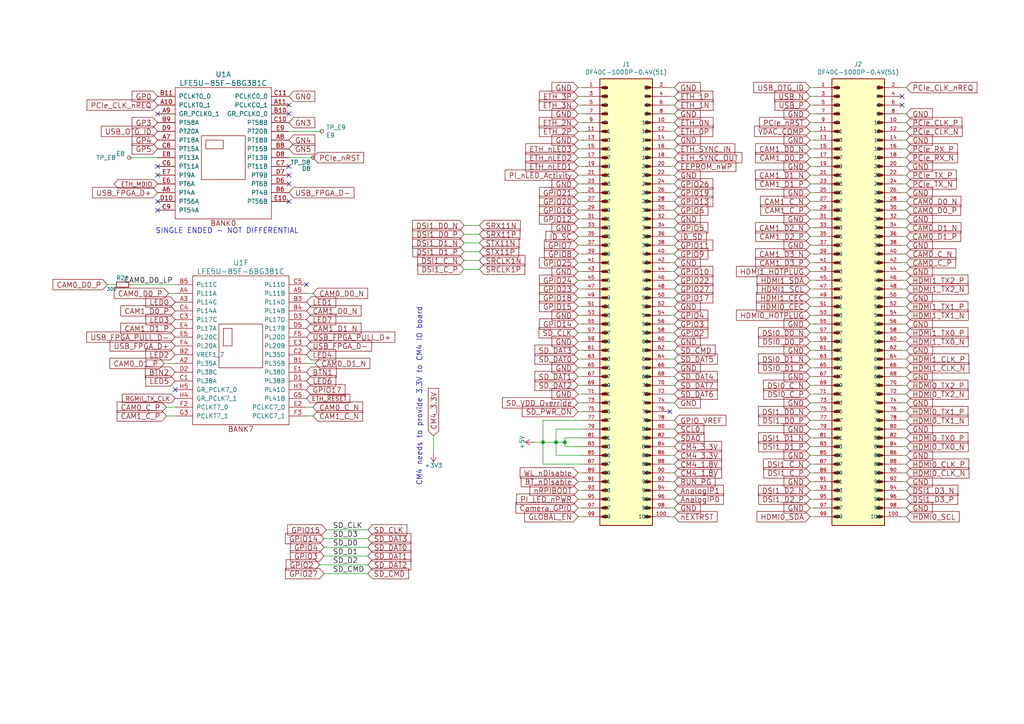
<source format=kicad_sch>
(kicad_sch (version 20231120) (generator "eeschema") (generator_version "8.0")
  (paper "A4")
  (title_block (title "${project_name}") (date "2025-03-12") (rev "${project_version}") (company "${project_creator}") (comment 1 "GPIO 2.54 mm connectors") (comment 2 "License: ${project_license}"))
  (junction (at 161.29 128.27))
  (junction (at 157.48 128.27))
  (junction (at 163.83 128.27))
  (no_connect (at 194.31 119.38))
  (no_connect (at 50.8 113.03))
  (no_connect (at 83.82 48.26))
  (no_connect (at 45.72 60.96))
  (no_connect (at 83.82 33.02))
  (no_connect (at 45.72 48.26))
  (no_connect (at 45.72 50.8))
  (no_connect (at 45.72 33.02))
  (no_connect (at 261.62 27.94))
  (no_connect (at 261.62 30.48))
  (no_connect (at 83.82 50.8))
  (no_connect (at 45.72 58.42))
  (no_connect (at 88.9 82.55))
  (no_connect (at 83.82 58.42))
  (no_connect (at 83.82 53.34))
  (no_connect (at 83.82 30.48))
  (wire (pts (xy 168.91 48.26) (xy 167.64 48.26)))
  (wire (pts (xy 261.62 132.08) (xy 262.89 132.08)))
  (wire (pts (xy 195.58 30.48) (xy 194.31 30.48)))
  (wire (pts (xy 195.58 66.04) (xy 194.31 66.04)))
  (wire (pts (xy 167.64 149.86) (xy 168.91 149.86)))
  (wire (pts (xy 48.895 85.09) (xy 50.8 85.09)))
  (wire (pts (xy 168.91 144.78) (xy 167.64 144.78)))
  (wire (pts (xy 167.64 104.14) (xy 168.91 104.14)))
  (wire (pts (xy 83.82 38.1) (xy 93.345 38.1)))
  (wire (pts (xy 234.95 99.06) (xy 236.22 99.06)))
  (wire (pts (xy 194.31 33.02) (xy 195.58 33.02)))
  (wire (pts (xy 234.95 119.38) (xy 236.22 119.38)))
  (wire (pts (xy 31.115 82.55) (xy 33.02 82.55)))
  (wire (pts (xy 194.31 86.36) (xy 195.58 86.36)))
  (wire (pts (xy 134.62 70.485) (xy 139.065 70.485)))
  (wire (pts (xy 38.1 82.55) (xy 50.8 82.55)))
  (wire (pts (xy 262.89 104.14) (xy 261.62 104.14)))
  (wire (pts (xy 163.83 129.54) (xy 163.83 128.27)))
  (wire (pts (xy 236.22 83.82) (xy 234.95 83.82)))
  (wire (pts (xy 195.58 111.76) (xy 194.31 111.76)))
  (wire (pts (xy 195.58 60.96) (xy 194.31 60.96)))
  (wire (pts (xy 161.29 124.46) (xy 161.29 128.27)))
  (wire (pts (xy 167.64 99.06) (xy 168.91 99.06)))
  (wire (pts (xy 262.89 55.88) (xy 261.62 55.88)))
  (wire (pts (xy 262.89 142.24) (xy 261.62 142.24)))
  (wire (pts (xy 167.64 88.9) (xy 168.91 88.9)))
  (wire (pts (xy 168.91 116.84) (xy 167.64 116.84)))
  (wire (pts (xy 262.89 116.84) (xy 261.62 116.84)))
  (wire (pts (xy 261.62 96.52) (xy 262.89 96.52)))
  (wire (pts (xy 168.91 91.44) (xy 167.64 91.44)))
  (wire (pts (xy 167.64 106.68) (xy 168.91 106.68)))
  (wire (pts (xy 194.31 27.94) (xy 195.58 27.94)))
  (wire (pts (xy 167.64 119.38) (xy 168.91 119.38)))
  (wire (pts (xy 194.31 109.22) (xy 195.58 109.22)))
  (wire (pts (xy 236.22 38.1) (xy 234.95 38.1)))
  (wire (pts (xy 261.62 101.6) (xy 262.89 101.6)))
  (wire (pts (xy 194.31 114.3) (xy 195.58 114.3)))
  (wire (pts (xy 261.62 119.38) (xy 262.89 119.38)))
  (wire (pts (xy 93.98 166.37) (xy 106.68 166.37)))
  (wire (pts (xy 261.62 43.18) (xy 262.89 43.18)))
  (wire (pts (xy 194.31 149.86) (xy 195.58 149.86)))
  (wire (pts (xy 195.58 88.9) (xy 194.31 88.9)))
  (wire (pts (xy 163.83 127) (xy 168.91 127)))
  (wire (pts (xy 262.89 58.42) (xy 261.62 58.42)))
  (wire (pts (xy 195.58 35.56) (xy 194.31 35.56)))
  (wire (pts (xy 261.62 127) (xy 262.89 127)))
  (wire (pts (xy 194.31 142.24) (xy 195.58 142.24)))
  (wire (pts (xy 194.31 58.42) (xy 195.58 58.42)))
  (wire (pts (xy 234.95 27.94) (xy 236.22 27.94)))
  (wire (pts (xy 234.95 86.36) (xy 236.22 86.36)))
  (wire (pts (xy 194.31 147.32) (xy 195.58 147.32)))
  (wire (pts (xy 167.64 147.32) (xy 168.91 147.32)))
  (wire (pts (xy 88.9 85.09) (xy 90.805 85.09)))
  (wire (pts (xy 194.31 68.58) (xy 195.58 68.58)))
  (wire (pts (xy 195.58 127) (xy 194.31 127)))
  (wire (pts (xy 262.89 109.22) (xy 261.62 109.22)))
  (wire (pts (xy 236.22 78.74) (xy 234.95 78.74)))
  (wire (pts (xy 261.62 25.4) (xy 262.89 25.4)))
  (wire (pts (xy 167.64 68.58) (xy 168.91 68.58)))
  (wire (pts (xy 167.64 30.48) (xy 168.91 30.48)))
  (wire (pts (xy 48.26 118.11) (xy 50.8 118.11)))
  (wire (pts (xy 194.31 101.6) (xy 195.58 101.6)))
  (wire (pts (xy 261.62 35.56) (xy 262.89 35.56)))
  (wire (pts (xy 234.95 96.52) (xy 236.22 96.52)))
  (wire (pts (xy 168.91 86.36) (xy 167.64 86.36)))
  (wire (pts (xy 139.065 78.105) (xy 134.62 78.105)))
  (wire (pts (xy 194.31 124.46) (xy 195.58 124.46)))
  (wire (pts (xy 168.91 96.52) (xy 167.64 96.52)))
  (wire (pts (xy 262.89 147.32) (xy 261.62 147.32)))
  (wire (pts (xy 236.22 63.5) (xy 234.95 63.5)))
  (wire (pts (xy 195.58 45.72) (xy 194.31 45.72)))
  (wire (pts (xy 168.91 33.02) (xy 167.64 33.02)))
  (wire (pts (xy 83.82 45.72) (xy 90.805 45.72)))
  (wire (pts (xy 157.48 134.62) (xy 168.91 134.62)))
  (wire (pts (xy 261.62 45.72) (xy 262.89 45.72)))
  (wire (pts (xy 234.95 109.22) (xy 236.22 109.22)))
  (wire (pts (xy 161.29 128.27) (xy 157.48 128.27)))
  (wire (pts (xy 261.62 50.8) (xy 262.89 50.8)))
  (wire (pts (xy 92.71 163.83) (xy 106.68 163.83)))
  (wire (pts (xy 236.22 68.58) (xy 234.95 68.58)))
  (wire (pts (xy 194.31 96.52) (xy 195.58 96.52)))
  (wire (pts (xy 168.91 55.88) (xy 167.64 55.88)))
  (wire (pts (xy 261.62 73.66) (xy 262.89 73.66)))
  (wire (pts (xy 236.22 73.66) (xy 234.95 73.66)))
  (wire (pts (xy 139.065 67.945) (xy 134.62 67.945)))
  (wire (pts (xy 262.89 71.12) (xy 261.62 71.12)))
  (wire (pts (xy 262.89 81.28) (xy 261.62 81.28)))
  (wire (pts (xy 261.62 60.96) (xy 262.89 60.96)))
  (wire (pts (xy 262.89 134.62) (xy 261.62 134.62)))
  (wire (pts (xy 194.31 73.66) (xy 195.58 73.66)))
  (wire (pts (xy 262.89 76.2) (xy 261.62 76.2)))
  (wire (pts (xy 236.22 111.76) (xy 234.95 111.76)))
  (wire (pts (xy 194.31 132.08) (xy 195.58 132.08)))
  (wire (pts (xy 261.62 66.04) (xy 262.89 66.04)))
  (wire (pts (xy 168.91 76.2) (xy 167.64 76.2)))
  (wire (pts (xy 195.58 121.92) (xy 194.31 121.92)))
  (wire (pts (xy 93.98 156.21) (xy 106.68 156.21)))
  (wire (pts (xy 168.91 101.6) (xy 167.64 101.6)))
  (wire (pts (xy 234.95 104.14) (xy 236.22 104.14)))
  (wire (pts (xy 168.91 121.92) (xy 157.48 121.92)))
  (wire (pts (xy 194.31 91.44) (xy 195.58 91.44)))
  (wire (pts (xy 139.065 73.025) (xy 134.62 73.025)))
  (wire (pts (xy 236.22 88.9) (xy 234.95 88.9)))
  (wire (pts (xy 194.31 139.7) (xy 195.58 139.7)))
  (wire (pts (xy 261.62 124.46) (xy 262.89 124.46)))
  (wire (pts (xy 261.62 38.1) (xy 262.89 38.1)))
  (wire (pts (xy 261.62 78.74) (xy 262.89 78.74)))
  (wire (pts (xy 261.62 139.7) (xy 262.89 139.7)))
  (wire (pts (xy 195.58 137.16) (xy 194.31 137.16)))
  (wire (pts (xy 48.26 120.65) (xy 50.8 120.65)))
  (wire (pts (xy 37.465 45.72) (xy 45.72 45.72)))
  (wire (pts (xy 262.89 93.98) (xy 261.62 93.98)))
  (wire (pts (xy 168.91 66.04) (xy 167.64 66.04)))
  (wire (pts (xy 194.31 104.14) (xy 195.58 104.14)))
  (wire (pts (xy 167.64 45.72) (xy 168.91 45.72)))
  (wire (pts (xy 168.91 132.08) (xy 161.29 132.08)))
  (wire (pts (xy 262.89 86.36) (xy 261.62 86.36)))
  (wire (pts (xy 157.48 128.27) (xy 157.48 134.62)))
  (wire (pts (xy 195.58 71.12) (xy 194.31 71.12)))
  (wire (pts (xy 195.58 40.64) (xy 194.31 40.64)))
  (wire (pts (xy 168.91 60.96) (xy 167.64 60.96)))
  (wire (pts (xy 236.22 48.26) (xy 234.95 48.26)))
  (wire (pts (xy 106.68 161.29) (xy 93.98 161.29)))
  (wire (pts (xy 234.95 76.2) (xy 236.22 76.2)))
  (wire (pts (xy 234.95 142.24) (xy 236.22 142.24)))
  (wire (pts (xy 261.62 83.82) (xy 262.89 83.82)))
  (wire (pts (xy 262.89 48.26) (xy 261.62 48.26)))
  (wire (pts (xy 261.62 53.34) (xy 262.89 53.34)))
  (wire (pts (xy 167.64 93.98) (xy 168.91 93.98)))
  (wire (pts (xy 261.62 111.76) (xy 262.89 111.76)))
  (wire (pts (xy 262.89 121.92) (xy 261.62 121.92)))
  (wire (pts (xy 236.22 121.92) (xy 234.95 121.92)))
  (wire (pts (xy 167.64 83.82) (xy 168.91 83.82)))
  (wire (pts (xy 236.22 58.42) (xy 234.95 58.42)))
  (wire (pts (xy 261.62 106.68) (xy 262.89 106.68)))
  (wire (pts (xy 167.64 78.74) (xy 168.91 78.74)))
  (wire (pts (xy 195.58 99.06) (xy 194.31 99.06)))
  (wire (pts (xy 90.805 120.65) (xy 88.9 120.65)))
  (wire (pts (xy 167.64 25.4) (xy 168.91 25.4)))
  (wire (pts (xy 194.31 38.1) (xy 195.58 38.1)))
  (wire (pts (xy 194.31 78.74) (xy 195.58 78.74)))
  (wire (pts (xy 236.22 134.62) (xy 234.95 134.62)))
  (wire (pts (xy 163.83 128.27) (xy 161.29 128.27)))
  (wire (pts (xy 194.31 134.62) (xy 195.58 134.62)))
  (wire (pts (xy 194.31 43.18) (xy 195.58 43.18)))
  (wire (pts (xy 125.73 131.445) (xy 125.73 126.365)))
  (wire (pts (xy 236.22 129.54) (xy 234.95 129.54)))
  (wire (pts (xy 236.22 43.18) (xy 234.95 43.18)))
  (wire (pts (xy 236.22 116.84) (xy 234.95 116.84)))
  (wire (pts (xy 234.95 45.72) (xy 236.22 45.72)))
  (wire (pts (xy 168.91 109.22) (xy 167.64 109.22)))
  (wire (pts (xy 194.31 48.26) (xy 195.58 48.26)))
  (wire (pts (xy 168.91 142.24) (xy 167.64 142.24)))
  (wire (pts (xy 167.64 114.3) (xy 168.91 114.3)))
  (wire (pts (xy 168.91 50.8) (xy 167.64 50.8)))
  (wire (pts (xy 94.615 153.67) (xy 106.68 153.67)))
  (wire (pts (xy 261.62 68.58) (xy 262.89 68.58)))
  (wire (pts (xy 168.91 129.54) (xy 163.83 129.54)))
  (wire (pts (xy 234.95 40.64) (xy 236.22 40.64)))
  (wire (pts (xy 262.89 63.5) (xy 261.62 63.5)))
  (wire (pts (xy 157.48 121.92) (xy 157.48 128.27)))
  (wire (pts (xy 234.95 137.16) (xy 236.22 137.16)))
  (wire (pts (xy 167.64 63.5) (xy 168.91 63.5)))
  (wire (pts (xy 262.89 40.64) (xy 261.62 40.64)))
  (wire (pts (xy 134.62 65.405) (xy 139.065 65.405)))
  (wire (pts (xy 234.95 132.08) (xy 236.22 132.08)))
  (wire (pts (xy 88.9 105.41) (xy 91.44 105.41)))
  (wire (pts (xy 168.91 81.28) (xy 167.64 81.28)))
  (wire (pts (xy 262.89 129.54) (xy 261.62 129.54)))
  (wire (pts (xy 234.95 114.3) (xy 236.22 114.3)))
  (wire (pts (xy 261.62 144.78) (xy 262.89 144.78)))
  (wire (pts (xy 262.89 99.06) (xy 261.62 99.06)))
  (wire (pts (xy 261.62 88.9) (xy 262.89 88.9)))
  (wire (pts (xy 195.58 55.88) (xy 194.31 55.88)))
  (wire (pts (xy 195.58 76.2) (xy 194.31 76.2)))
  (wire (pts (xy 236.22 53.34) (xy 234.95 53.34)))
  (wire (pts (xy 234.95 66.04) (xy 236.22 66.04)))
  (wire (pts (xy 234.95 91.44) (xy 236.22 91.44)))
  (wire (pts (xy 236.22 33.02) (xy 234.95 33.02)))
  (wire (pts (xy 236.22 93.98) (xy 234.95 93.98)))
  (wire (pts (xy 234.95 144.78) (xy 236.22 144.78)))
  (wire (pts (xy 234.95 71.12) (xy 236.22 71.12)))
  (wire (pts (xy 234.95 55.88) (xy 236.22 55.88)))
  (wire (pts (xy 236.22 30.48) (xy 234.95 30.48)))
  (wire (pts (xy 90.805 118.11) (xy 88.9 118.11)))
  (wire (pts (xy 195.58 50.8) (xy 194.31 50.8)))
  (wire (pts (xy 168.91 71.12) (xy 167.64 71.12)))
  (wire (pts (xy 262.89 33.02) (xy 261.62 33.02)))
  (wire (pts (xy 168.91 111.76) (xy 167.64 111.76)))
  (wire (pts (xy 195.58 116.84) (xy 194.31 116.84)))
  (wire (pts (xy 261.62 114.3) (xy 262.89 114.3)))
  (wire (pts (xy 195.58 25.4) (xy 194.31 25.4)))
  (wire (pts (xy 134.62 75.565) (xy 139.065 75.565)))
  (wire (pts (xy 167.64 53.34) (xy 168.91 53.34)))
  (wire (pts (xy 194.31 53.34) (xy 195.58 53.34)))
  (wire (pts (xy 163.83 127) (xy 163.83 128.27)))
  (wire (pts (xy 167.64 38.1) (xy 168.91 38.1)))
  (wire (pts (xy 234.95 149.86) (xy 236.22 149.86)))
  (wire (pts (xy 168.91 124.46) (xy 161.29 124.46)))
  (wire (pts (xy 93.98 158.75) (xy 106.68 158.75)))
  (wire (pts (xy 194.31 81.28) (xy 195.58 81.28)))
  (wire (pts (xy 168.91 137.16) (xy 167.64 137.16)))
  (wire (pts (xy 167.64 73.66) (xy 168.91 73.66)))
  (wire (pts (xy 194.31 129.54) (xy 195.58 129.54)))
  (wire (pts (xy 236.22 101.6) (xy 234.95 101.6)))
  (wire (pts (xy 157.48 128.27) (xy 154.94 128.27)))
  (wire (pts (xy 161.29 132.08) (xy 161.29 128.27)))
  (wire (pts (xy 261.62 149.86) (xy 262.89 149.86)))
  (wire (pts (xy 234.95 127) (xy 236.22 127)))
  (wire (pts (xy 236.22 139.7) (xy 234.95 139.7)))
  (wire (pts (xy 234.95 124.46) (xy 236.22 124.46)))
  (wire (pts (xy 236.22 147.32) (xy 234.95 147.32)))
  (wire (pts (xy 168.91 43.18) (xy 167.64 43.18)))
  (wire (pts (xy 195.58 93.98) (xy 194.31 93.98)))
  (wire (pts (xy 194.31 63.5) (xy 195.58 63.5)))
  (wire (pts (xy 234.95 60.96) (xy 236.22 60.96)))
  (wire (pts (xy 47.625 105.41) (xy 50.8 105.41)))
  (wire (pts (xy 195.58 83.82) (xy 194.31 83.82)))
  (wire (pts (xy 167.64 40.64) (xy 168.91 40.64)))
  (wire (pts (xy 261.62 91.44) (xy 262.89 91.44)))
  (wire (pts (xy 234.95 50.8) (xy 236.22 50.8)))
  (wire (pts (xy 167.64 35.56) (xy 168.91 35.56)))
  (wire (pts (xy 195.58 106.68) (xy 194.31 106.68)))
  (wire (pts (xy 236.22 106.68) (xy 234.95 106.68)))
  (wire (pts (xy 195.58 144.78) (xy 194.31 144.78)))
  (wire (pts (xy 234.95 25.4) (xy 236.22 25.4)))
  (wire (pts (xy 234.95 81.28) (xy 236.22 81.28)))
  (wire (pts (xy 167.64 58.42) (xy 168.91 58.42)))
  (wire (pts (xy 234.95 35.56) (xy 236.22 35.56)))
  (wire (pts (xy 261.62 137.16) (xy 262.89 137.16)))
  (wire (pts (xy 167.64 139.7) (xy 168.91 139.7)))
  (wire (pts (xy 167.64 27.94) (xy 168.91 27.94)))
  (text "CM4 needs to provide 3.3V to CM4 IO board" (at 122.555 140.97 90) (effects (font (size 1.524 1.524)) (justify left bottom)))
  (text "SINGLE ENDED - NOT DIFFERENTIAL" (at 45.085 67.945 0) (effects (font (size 1.524 1.524)) (justify left bottom)))
  (label "SD_D3" (at 96.52 156.21 0) (effects (font (size 1.524 1.524))))
  (label "SD_CMD" (at 96.52 166.37 0) (effects (font (size 1.524 1.524))))
  (label "SD_D2" (at 96.52 163.83 0) (effects (font (size 1.524 1.524))))
  (label "CAM0_D0_LP" (at 50.165 82.55 180) (effects (font (size 1.524 1.524))))
  (label "SD_CLK" (at 96.52 153.67 0) (effects (font (size 1.524 1.524))))
  (label "SD_D0" (at 96.52 158.75 0) (effects (font (size 1.524 1.524))))
  (label "SD_D1" (at 96.52 161.29 0) (effects (font (size 1.524 1.524))))
  (global_label "USB_OTG_ID" (shape input) (at 45.72 38.1 180) (effects (font (size 1.524 1.524))) (property "Intersheetrefs" "${INTERSHEET_REFS}" (effects (hide yes))))
  (global_label "DSI0_D0_N" (shape input) (at 234.95 96.52 180) (effects (font (size 1.524 1.524))) (property "Intersheetrefs" "${INTERSHEET_REFS}" (effects (hide yes))))
  (global_label "GND" (shape input) (at 195.58 63.5 0) (effects (font (size 1.524 1.524))) (property "Intersheetrefs" "${INTERSHEET_REFS}" (effects (hide yes))))
  (global_label "CAM1_D3_N" (shape input) (at 234.95 73.66 180) (effects (font (size 1.524 1.524))) (property "Intersheetrefs" "${INTERSHEET_REFS}" (effects (hide yes))))
  (global_label "DSI0_D0_P" (shape input) (at 234.95 99.06 180) (effects (font (size 1.524 1.524))) (property "Intersheetrefs" "${INTERSHEET_REFS}" (effects (hide yes))))
  (global_label "GND" (shape input) (at 167.64 25.4 180) (effects (font (size 1.524 1.524))) (property "Intersheetrefs" "${INTERSHEET_REFS}" (effects (hide yes))))
  (global_label "GPIO26" (shape input) (at 195.58 53.34 0) (effects (font (size 1.524 1.524))) (property "Intersheetrefs" "${INTERSHEET_REFS}" (effects (hide yes))))
  (global_label "GN4" (shape input) (at 83.82 40.64 0) (effects (font (size 1.524 1.524))) (property "Intersheetrefs" "${INTERSHEET_REFS}" (effects (hide yes))))
  (global_label "CAM1_D0_P" (shape input) (at 50.8 90.17 180) (effects (font (size 1.524 1.524))) (property "Intersheetrefs" "${INTERSHEET_REFS}" (effects (hide yes))))
  (global_label "SRX11P" (shape input) (at 139.065 67.945 0) (effects (font (size 1.524 1.524))) (property "Intersheetrefs" "${INTERSHEET_REFS}" (effects (hide yes))))
  (global_label "LED0" (shape input) (at 50.8 87.63 180) (effects (font (size 1.524 1.524))) (property "Intersheetrefs" "${INTERSHEET_REFS}" (effects (hide yes))))
  (global_label "GND" (shape input) (at 167.64 66.04 180) (effects (font (size 1.524 1.524))) (property "Intersheetrefs" "${INTERSHEET_REFS}" (effects (hide yes))))
  (global_label "HDMI1_SCL" (shape input) (at 234.95 83.82 180) (effects (font (size 1.524 1.524))) (property "Intersheetrefs" "${INTERSHEET_REFS}" (effects (hide yes))))
  (global_label "GN3" (shape input) (at 83.82 35.56 0) (effects (font (size 1.524 1.524))) (property "Intersheetrefs" "${INTERSHEET_REFS}" (effects (hide yes))))
  (global_label "PCIe_CLK_nREQ" (shape input) (at 262.89 25.4 0) (effects (font (size 1.524 1.524))) (property "Intersheetrefs" "${INTERSHEET_REFS}" (effects (hide yes))))
  (global_label "USB_FPGA_D+" (shape input) (at 50.8 100.33 180) (effects (font (size 1.524 1.524))) (property "Intersheetrefs" "${INTERSHEET_REFS}" (effects (hide yes))))
  (global_label "SD_CMD" (shape input) (at 106.68 166.37 0) (effects (font (size 1.524 1.524))) (property "Intersheetrefs" "${INTERSHEET_REFS}" (effects (hide yes))))
  (global_label "SD_CLK" (shape input) (at 106.68 153.67 0) (effects (font (size 1.524 1.524))) (property "Intersheetrefs" "${INTERSHEET_REFS}" (effects (hide yes))))
  (global_label "USB_P" (shape input) (at 234.95 30.48 180) (effects (font (size 1.524 1.524))) (property "Intersheetrefs" "${INTERSHEET_REFS}" (effects (hide yes))))
  (global_label "DSI0_D1_P" (shape input) (at 234.95 106.68 180) (effects (font (size 1.524 1.524))) (property "Intersheetrefs" "${INTERSHEET_REFS}" (effects (hide yes))))
  (global_label "CAM1_C_P" (shape input) (at 234.95 60.96 180) (effects (font (size 1.524 1.524))) (property "Intersheetrefs" "${INTERSHEET_REFS}" (effects (hide yes))))
  (global_label "GPIO12" (shape input) (at 167.64 63.5 180) (effects (font (size 1.524 1.524))) (property "Intersheetrefs" "${INTERSHEET_REFS}" (effects (hide yes))))
  (global_label "HDMI0_CLK_P" (shape input) (at 262.89 134.62 0) (effects (font (size 1.524 1.524))) (property "Intersheetrefs" "${INTERSHEET_REFS}" (effects (hide yes))))
  (global_label "PCIe_TX_P" (shape input) (at 262.89 50.8 0) (effects (font (size 1.524 1.524))) (property "Intersheetrefs" "${INTERSHEET_REFS}" (effects (hide yes))))
  (global_label "CAM1_D1_P" (shape input) (at 234.95 53.34 180) (effects (font (size 1.524 1.524))) (property "Intersheetrefs" "${INTERSHEET_REFS}" (effects (hide yes))))
  (global_label "GND" (shape input) (at 262.89 40.64 0) (effects (font (size 1.524 1.524))) (property "Intersheetrefs" "${INTERSHEET_REFS}" (effects (hide yes))))
  (global_label "HDMI1_TX0_N" (shape input) (at 262.89 99.06 0) (effects (font (size 1.524 1.524))) (property "Intersheetrefs" "${INTERSHEET_REFS}" (effects (hide yes))))
  (global_label "GND" (shape input) (at 262.89 63.5 0) (effects (font (size 1.524 1.524))) (property "Intersheetrefs" "${INTERSHEET_REFS}" (effects (hide yes))))
  (global_label "LED5" (shape input) (at 50.8 110.49 180) (effects (font (size 1.524 1.524))) (property "Intersheetrefs" "${INTERSHEET_REFS}" (effects (hide yes))))
  (global_label "CM4_1.8V" (shape input) (at 195.58 137.16 0) (effects (font (size 1.524 1.524))) (property "Intersheetrefs" "${INTERSHEET_REFS}" (effects (hide yes))))
  (global_label "GPIO13" (shape input) (at 195.58 58.42 0) (effects (font (size 1.524 1.524))) (property "Intersheetrefs" "${INTERSHEET_REFS}" (effects (hide yes))))
  (global_label "GPIO22" (shape input) (at 195.58 81.28 0) (effects (font (size 1.524 1.524))) (property "Intersheetrefs" "${INTERSHEET_REFS}" (effects (hide yes))))
  (global_label "SD_DAT0" (shape input) (at 106.68 158.75 0) (effects (font (size 1.524 1.524))) (property "Intersheetrefs" "${INTERSHEET_REFS}" (effects (hide yes))))
  (global_label "SD_DAT1" (shape input) (at 106.68 161.29 0) (effects (font (size 1.524 1.524))) (property "Intersheetrefs" "${INTERSHEET_REFS}" (effects (hide yes))))
  (global_label "WL_nDisable" (shape input) (at 167.64 137.16 180) (effects (font (size 1.524 1.524))) (property "Intersheetrefs" "${INTERSHEET_REFS}" (effects (hide yes))))
  (global_label "CAM0_D0_P" (shape input) (at 31.115 82.55 180) (effects (font (size 1.524 1.524))) (property "Intersheetrefs" "${INTERSHEET_REFS}" (effects (hide yes))))
  (global_label "GND" (shape input) (at 262.89 109.22 0) (effects (font (size 1.524 1.524))) (property "Intersheetrefs" "${INTERSHEET_REFS}" (effects (hide yes))))
  (global_label "SRCLK1N" (shape input) (at 139.065 75.565 0) (effects (font (size 1.524 1.524))) (property "Intersheetrefs" "${INTERSHEET_REFS}" (effects (hide yes))))
  (global_label "GND" (shape input) (at 195.58 40.64 0) (effects (font (size 1.524 1.524))) (property "Intersheetrefs" "${INTERSHEET_REFS}" (effects (hide yes))))
  (global_label "GND" (shape input) (at 234.95 101.6 180) (effects (font (size 1.524 1.524))) (property "Intersheetrefs" "${INTERSHEET_REFS}" (effects (hide yes))))
  (global_label "DSI1_C_P" (shape input) (at 234.95 137.16 180) (effects (font (size 1.524 1.524))) (property "Intersheetrefs" "${INTERSHEET_REFS}" (effects (hide yes))))
  (global_label "GPIO_VREF" (shape input) (at 195.58 121.92 0) (effects (font (size 1.524 1.524))) (property "Intersheetrefs" "${INTERSHEET_REFS}" (effects (hide yes))))
  (global_label "SD_CLK" (shape input) (at 167.64 96.52 180) (effects (font (size 1.524 1.524))) (property "Intersheetrefs" "${INTERSHEET_REFS}" (effects (hide yes))))
  (global_label "GPIO18" (shape input) (at 167.64 86.36 180) (effects (font (size 1.524 1.524))) (property "Intersheetrefs" "${INTERSHEET_REFS}" (effects (hide yes))))
  (global_label "DSI1_D2_P" (shape input) (at 234.95 144.78 180) (effects (font (size 1.524 1.524))) (property "Intersheetrefs" "${INTERSHEET_REFS}" (effects (hide yes))))
  (global_label "GPIO27" (shape input) (at 195.58 83.82 0) (effects (font (size 1.524 1.524))) (property "Intersheetrefs" "${INTERSHEET_REFS}" (effects (hide yes))))
  (global_label "GPIO16" (shape input) (at 167.64 60.96 180) (effects (font (size 1.524 1.524))) (property "Intersheetrefs" "${INTERSHEET_REFS}" (effects (hide yes))))
  (global_label "GP3" (shape input) (at 45.72 35.56 180) (effects (font (size 1.524 1.524))) (property "Intersheetrefs" "${INTERSHEET_REFS}" (effects (hide yes))))
  (global_label "CAM1_C_N" (shape input) (at 90.805 120.65 0) (effects (font (size 1.524 1.524))) (property "Intersheetrefs" "${INTERSHEET_REFS}" (effects (hide yes))))
  (global_label "GPIO9" (shape input) (at 195.58 73.66 0) (effects (font (size 1.524 1.524))) (property "Intersheetrefs" "${INTERSHEET_REFS}" (effects (hide yes))))
  (global_label "GND" (shape input) (at 262.89 55.88 0) (effects (font (size 1.524 1.524))) (property "Intersheetrefs" "${INTERSHEET_REFS}" (effects (hide yes))))
  (global_label "STX11N" (shape input) (at 139.065 70.485 0) (effects (font (size 1.524 1.524))) (property "Intersheetrefs" "${INTERSHEET_REFS}" (effects (hide yes))))
  (global_label "HDMI1_CEC" (shape input) (at 234.95 86.36 180) (effects (font (size 1.524 1.524))) (property "Intersheetrefs" "${INTERSHEET_REFS}" (effects (hide yes))))
  (global_label "GPIO17" (shape input) (at 195.58 86.36 0) (effects (font (size 1.524 1.524))) (property "Intersheetrefs" "${INTERSHEET_REFS}" (effects (hide yes))))
  (global_label "GND" (shape input) (at 195.58 50.8 0) (effects (font (size 1.524 1.524))) (property "Intersheetrefs" "${INTERSHEET_REFS}" (effects (hide yes))))
  (global_label "STX11P" (shape input) (at 139.065 73.025 0) (effects (font (size 1.524 1.524))) (property "Intersheetrefs" "${INTERSHEET_REFS}" (effects (hide yes))))
  (global_label "SD_DAT5" (shape input) (at 195.58 104.14 0) (effects (font (size 1.524 1.524))) (property "Intersheetrefs" "${INTERSHEET_REFS}" (effects (hide yes))))
  (global_label "GND" (shape input) (at 262.89 139.7 0) (effects (font (size 1.524 1.524))) (property "Intersheetrefs" "${INTERSHEET_REFS}" (effects (hide yes))))
  (global_label "GND" (shape input) (at 234.95 116.84 180) (effects (font (size 1.524 1.524))) (property "Intersheetrefs" "${INTERSHEET_REFS}" (effects (hide yes))))
  (global_label "SD_DAT7" (shape input) (at 195.58 111.76 0) (effects (font (size 1.524 1.524))) (property "Intersheetrefs" "${INTERSHEET_REFS}" (effects (hide yes))))
  (global_label "DSI1_C_N" (shape input) (at 234.95 134.62 180) (effects (font (size 1.524 1.524))) (property "Intersheetrefs" "${INTERSHEET_REFS}" (effects (hide yes))))
  (global_label "GND" (shape input) (at 195.58 88.9 0) (effects (font (size 1.524 1.524))) (property "Intersheetrefs" "${INTERSHEET_REFS}" (effects (hide yes))))
  (global_label "CAM0_D0_P" (shape input) (at 48.895 85.09 180) (effects (font (size 1.524 1.524))) (property "Intersheetrefs" "${INTERSHEET_REFS}" (effects (hide yes))))
  (global_label "SDA0" (shape input) (at 195.58 127 0) (effects (font (size 1.524 1.524))) (property "Intersheetrefs" "${INTERSHEET_REFS}" (effects (hide yes))))
  (global_label "CM4_1.8V" (shape input) (at 195.58 134.62 0) (effects (font (size 1.524 1.524))) (property "Intersheetrefs" "${INTERSHEET_REFS}" (effects (hide yes))))
  (global_label "PCIe_CLK_nREQ" (shape input) (at 45.72 30.48 180) (effects (font (size 1.524 1.524))) (property "Intersheetrefs" "${INTERSHEET_REFS}" (effects (hide yes))))
  (global_label "DSI1_D0_N" (shape input) (at 234.95 119.38 180) (effects (font (size 1.524 1.524))) (property "Intersheetrefs" "${INTERSHEET_REFS}" (effects (hide yes))))
  (global_label "CAM0_D1_N" (shape input) (at 91.44 105.41 0) (effects (font (size 1.524 1.524))) (property "Intersheetrefs" "${INTERSHEET_REFS}" (effects (hide yes))))
  (global_label "GND" (shape input) (at 262.89 48.26 0) (effects (font (size 1.524 1.524))) (property "Intersheetrefs" "${INTERSHEET_REFS}" (effects (hide yes))))
  (global_label "GND" (shape input) (at 234.95 48.26 180) (effects (font (size 1.524 1.524))) (property "Intersheetrefs" "${INTERSHEET_REFS}" (effects (hide yes))))
  (global_label "DSI1_C_N" (shape input) (at 134.62 75.565 180) (effects (font (size 1.524 1.524))) (property "Intersheetrefs" "${INTERSHEET_REFS}" (effects (hide yes))))
  (global_label "CAM0_D0_N" (shape input) (at 262.89 58.42 0) (effects (font (size 1.524 1.524))) (property "Intersheetrefs" "${INTERSHEET_REFS}" (effects (hide yes))))
  (global_label "HDMI1_CLK_P" (shape input) (at 262.89 104.14 0) (effects (font (size 1.524 1.524))) (property "Intersheetrefs" "${INTERSHEET_REFS}" (effects (hide yes))))
  (global_label "CAM0_D1_N" (shape input) (at 262.89 66.04 0) (effects (font (size 1.524 1.524))) (property "Intersheetrefs" "${INTERSHEET_REFS}" (effects (hide yes))))
  (global_label "HDMI1_CLK_N" (shape input) (at 262.89 106.68 0) (effects (font (size 1.524 1.524))) (property "Intersheetrefs" "${INTERSHEET_REFS}" (effects (hide yes))))
  (global_label "ETH_SYNC_OUT" (shape input) (at 195.58 45.72 0) (effects (font (size 1.524 1.524))) (property "Intersheetrefs" "${INTERSHEET_REFS}" (effects (hide yes))))
  (global_label "CAM1_D2_P" (shape input) (at 234.95 68.58 180) (effects (font (size 1.524 1.524))) (property "Intersheetrefs" "${INTERSHEET_REFS}" (effects (hide yes))))
  (global_label "nEXTRST" (shape input) (at 195.58 149.86 0) (effects (font (size 1.524 1.524))) (property "Intersheetrefs" "${INTERSHEET_REFS}" (effects (hide yes))))
  (global_label "DSI1_C_P" (shape input) (at 134.62 78.105 180) (effects (font (size 1.524 1.524))) (property "Intersheetrefs" "${INTERSHEET_REFS}" (effects (hide yes))))
  (global_label "GPIO15" (shape input) (at 167.64 88.9 180) (effects (font (size 1.524 1.524))) (property "Intersheetrefs" "${INTERSHEET_REFS}" (effects (hide yes))))
  (global_label "HDMI0_SCL" (shape input) (at 262.89 149.86 0) (effects (font (size 1.524 1.524))) (property "Intersheetrefs" "${INTERSHEET_REFS}" (effects (hide yes))))
  (global_label "HDMI0_CEC" (shape input) (at 234.95 88.9 180) (effects (font (size 1.524 1.524))) (property "Intersheetrefs" "${INTERSHEET_REFS}" (effects (hide yes))))
  (global_label "CAM0_C_P" (shape input) (at 262.89 76.2 0) (effects (font (size 1.524 1.524))) (property "Intersheetrefs" "${INTERSHEET_REFS}" (effects (hide yes))))
  (global_label "GND" (shape input) (at 167.64 91.44 180) (effects (font (size 1.524 1.524))) (property "Intersheetrefs" "${INTERSHEET_REFS}" (effects (hide yes))))
  (global_label "GND" (shape input) (at 234.95 147.32 180) (effects (font (size 1.524 1.524))) (property "Intersheetrefs" "${INTERSHEET_REFS}" (effects (hide yes))))
  (global_label "DSI1_D0_P" (shape input) (at 134.62 67.945 180) (effects (font (size 1.524 1.524))) (property "Intersheetrefs" "${INTERSHEET_REFS}" (effects (hide yes))))
  (global_label "ETH_~{RESET}" (shape input) (at 88.9 115.57 0) (property "Intersheetrefs" "${INTERSHEET_REFS}" (effects (hide yes))))
  (global_label "ETH_3P" (shape input) (at 167.64 27.94 180) (effects (font (size 1.524 1.524))) (property "Intersheetrefs" "${INTERSHEET_REFS}" (effects (hide yes))))
  (global_label "LED3" (shape input) (at 50.8 92.71 180) (effects (font (size 1.524 1.524))) (property "Intersheetrefs" "${INTERSHEET_REFS}" (effects (hide yes))))
  (global_label "ETH_MDIO" (shape bidirectional) (at 45.72 53.34 180) (property "Intersheetrefs" "${INTERSHEET_REFS}" (effects (hide yes))))
  (global_label "PCIe_CLK_P" (shape input) (at 262.89 35.56 0) (effects (font (size 1.524 1.524))) (property "Intersheetrefs" "${INTERSHEET_REFS}" (effects (hide yes))))
  (global_label "GND" (shape input) (at 262.89 86.36 0) (effects (font (size 1.524 1.524))) (property "Intersheetrefs" "${INTERSHEET_REFS}" (effects (hide yes))))
  (global_label "BTN1" (shape input) (at 88.9 107.95 0) (effects (font (size 1.524 1.524))) (property "Intersheetrefs" "${INTERSHEET_REFS}" (effects (hide yes))))
  (global_label "GND" (shape input) (at 167.64 78.74 180) (effects (font (size 1.524 1.524))) (property "Intersheetrefs" "${INTERSHEET_REFS}" (effects (hide yes))))
  (global_label "AnalogIP1" (shape input) (at 195.58 142.24 0) (effects (font (size 1.524 1.524))) (property "Intersheetrefs" "${INTERSHEET_REFS}" (effects (hide yes))))
  (global_label "PCIe_nRST" (shape input) (at 234.95 35.56 180) (effects (font (size 1.524 1.524))) (property "Intersheetrefs" "${INTERSHEET_REFS}" (effects (hide yes))))
  (global_label "GPIO11" (shape input) (at 195.58 71.12 0) (effects (font (size 1.524 1.524))) (property "Intersheetrefs" "${INTERSHEET_REFS}" (effects (hide yes))))
  (global_label "GPIO23" (shape input) (at 167.64 83.82 180) (effects (font (size 1.524 1.524))) (property "Intersheetrefs" "${INTERSHEET_REFS}" (effects (hide yes))))
  (global_label "GPIO5" (shape input) (at 195.58 66.04 0) (effects (font (size 1.524 1.524))) (property "Intersheetrefs" "${INTERSHEET_REFS}" (effects (hide yes))))
  (global_label "HDMI1_TX0_P" (shape input) (at 262.89 96.52 0) (effects (font (size 1.524 1.524))) (property "Intersheetrefs" "${INTERSHEET_REFS}" (effects (hide yes))))
  (global_label "GN0" (shape input) (at 83.82 27.94 0) (effects (font (size 1.524 1.524))) (property "Intersheetrefs" "${INTERSHEET_REFS}" (effects (hide yes))))
  (global_label "USB_FPGA_PULL_D-" (shape input) (at 50.8 97.79 180) (effects (font (size 1.524 1.524))) (property "Intersheetrefs" "${INTERSHEET_REFS}" (effects (hide yes))))
  (global_label "DSI1_D1_P" (shape input) (at 134.62 73.025 180) (effects (font (size 1.524 1.524))) (property "Intersheetrefs" "${INTERSHEET_REFS}" (effects (hide yes))))
  (global_label "GND" (shape input) (at 262.89 93.98 0) (effects (font (size 1.524 1.524))) (property "Intersheetrefs" "${INTERSHEET_REFS}" (effects (hide yes))))
  (global_label "GPIO6" (shape input) (at 195.58 60.96 0) (effects (font (size 1.524 1.524))) (property "Intersheetrefs" "${INTERSHEET_REFS}" (effects (hide yes))))
  (global_label "Camera_GPIO" (shape input) (at 167.64 147.32 180) (effects (font (size 1.524 1.524))) (property "Intersheetrefs" "${INTERSHEET_REFS}" (effects (hide yes))))
  (global_label "GND" (shape input) (at 195.58 99.06 0) (effects (font (size 1.524 1.524))) (property "Intersheetrefs" "${INTERSHEET_REFS}" (effects (hide yes))))
  (global_label "PCIe_RX_P" (shape input) (at 262.89 43.18 0) (effects (font (size 1.524 1.524))) (property "Intersheetrefs" "${INTERSHEET_REFS}" (effects (hide yes))))
  (global_label "CAM1_C_N" (shape input) (at 234.95 58.42 180) (effects (font (size 1.524 1.524))) (property "Intersheetrefs" "${INTERSHEET_REFS}" (effects (hide yes))))
  (global_label "GND" (shape input) (at 262.89 33.02 0) (effects (font (size 1.524 1.524))) (property "Intersheetrefs" "${INTERSHEET_REFS}" (effects (hide yes))))
  (global_label "USB_FPGA_PULL_D+" (shape input) (at 88.9 97.79 0) (effects (font (size 1.524 1.524))) (property "Intersheetrefs" "${INTERSHEET_REFS}" (effects (hide yes))))
  (global_label "GND" (shape input) (at 262.89 101.6 0) (effects (font (size 1.524 1.524))) (property "Intersheetrefs" "${INTERSHEET_REFS}" (effects (hide yes))))
  (global_label "ID_SC" (shape input) (at 167.64 68.58 180) (effects (font (size 1.524 1.524))) (property "Intersheetrefs" "${INTERSHEET_REFS}" (effects (hide yes))))
  (global_label "GND" (shape input) (at 262.89 132.08 0) (effects (font (size 1.524 1.524))) (property "Intersheetrefs" "${INTERSHEET_REFS}" (effects (hide yes))))
  (global_label "HDMI1_TX1_P" (shape input) (at 262.89 88.9 0) (effects (font (size 1.524 1.524))) (property "Intersheetrefs" "${INTERSHEET_REFS}" (effects (hide yes))))
  (global_label "CAM1_D0_N" (shape input) (at 234.95 43.18 180) (effects (font (size 1.524 1.524))) (property "Intersheetrefs" "${INTERSHEET_REFS}" (effects (hide yes))))
  (global_label "GND" (shape input) (at 234.95 132.08 180) (effects (font (size 1.524 1.524))) (property "Intersheetrefs" "${INTERSHEET_REFS}" (effects (hide yes))))
  (global_label "GPIO21" (shape input) (at 167.64 55.88 180) (effects (font (size 1.524 1.524))) (property "Intersheetrefs" "${INTERSHEET_REFS}" (effects (hide yes))))
  (global_label "DSI1_D2_N" (shape input) (at 234.95 142.24 180) (effects (font (size 1.524 1.524))) (property "Intersheetrefs" "${INTERSHEET_REFS}" (effects (hide yes))))
  (global_label "GPIO20" (shape input) (at 167.64 58.42 180) (effects (font (size 1.524 1.524))) (property "Intersheetrefs" "${INTERSHEET_REFS}" (effects (hide yes))))
  (global_label "GPIO25" (shape input) (at 167.64 76.2 180) (effects (font (size 1.524 1.524))) (property "Intersheetrefs" "${INTERSHEET_REFS}" (effects (hide yes))))
  (global_label "LED7" (shape input) (at 88.9 92.71 0) (effects (font (size 1.524 1.524))) (property "Intersheetrefs" "${INTERSHEET_REFS}" (effects (hide yes))))
  (global_label "RGMII_TX_CLK" (shape input) (at 50.8 115.57 180) (property "Intersheetrefs" "${INTERSHEET_REFS}" (effects (hide yes))))
  (global_label "SD_PWR_ON" (shape input) (at 167.64 119.38 180) (effects (font (size 1.524 1.524))) (property "Intersheetrefs" "${INTERSHEET_REFS}" (effects (hide yes))))
  (global_label "GND" (shape input) (at 167.64 40.64 180) (effects (font (size 1.524 1.524))) (property "Intersheetrefs" "${INTERSHEET_REFS}" (effects (hide yes))))
  (global_label "GND" (shape input) (at 167.64 53.34 180) (effects (font (size 1.524 1.524))) (property "Intersheetrefs" "${INTERSHEET_REFS}" (effects (hide yes))))
  (global_label "HDMI0_TX1_N" (shape input) (at 262.89 121.92 0) (effects (font (size 1.524 1.524))) (property "Intersheetrefs" "${INTERSHEET_REFS}" (effects (hide yes))))
  (global_label "GPIO19" (shape input) (at 195.58 55.88 0) (effects (font (size 1.524 1.524))) (property "Intersheetrefs" "${INTERSHEET_REFS}" (effects (hide yes))))
  (global_label "GND" (shape input) (at 234.95 109.22 180) (effects (font (size 1.524 1.524))) (property "Intersheetrefs" "${INTERSHEET_REFS}" (effects (hide yes))))
  (global_label "GPIO17" (shape input) (at 88.9 113.03 0) (effects (font (size 1.524 1.524))) (property "Intersheetrefs" "${INTERSHEET_REFS}" (effects (hide yes))))
  (global_label "CAM0_D0_P" (shape input) (at 262.89 60.96 0) (effects (font (size 1.524 1.524))) (property "Intersheetrefs" "${INTERSHEET_REFS}" (effects (hide yes))))
  (global_label "GND" (shape input) (at 167.64 99.06 180) (effects (font (size 1.524 1.524))) (property "Intersheetrefs" "${INTERSHEET_REFS}" (effects (hide yes))))
  (global_label "DSI1_D1_N" (shape input) (at 134.62 70.485 180) (effects (font (size 1.524 1.524))) (property "Intersheetrefs" "${INTERSHEET_REFS}" (effects (hide yes))))
  (global_label "DSI0_C_P" (shape input) (at 234.95 114.3 180) (effects (font (size 1.524 1.524))) (property "Intersheetrefs" "${INTERSHEET_REFS}" (effects (hide yes))))
  (global_label "CAM1_D1_P" (shape input) (at 50.8 95.25 180) (effects (font (size 1.524 1.524))) (property "Intersheetrefs" "${INTERSHEET_REFS}" (effects (hide yes))))
  (global_label "CM4_3.3V" (shape input) (at 195.58 132.08 0) (effects (font (size 1.524 1.524))) (property "Intersheetrefs" "${INTERSHEET_REFS}" (effects (hide yes))))
  (global_label "GND" (shape input) (at 262.89 124.46 0) (effects (font (size 1.524 1.524))) (property "Intersheetrefs" "${INTERSHEET_REFS}" (effects (hide yes))))
  (global_label "GPIO14" (shape input) (at 93.98 156.21 180) (effects (font (size 1.524 1.524))) (property "Intersheetrefs" "${INTERSHEET_REFS}" (effects (hide yes))))
  (global_label "VDAC_COMP" (shape input) (at 234.95 38.1 180) (effects (font (size 1.524 1.524))) (property "Intersheetrefs" "${INTERSHEET_REFS}" (effects (hide yes))))
  (global_label "SD_DAT4" (shape input) (at 195.58 109.22 0) (effects (font (size 1.524 1.524))) (property "Intersheetrefs" "${INTERSHEET_REFS}" (effects (hide yes))))
  (global_label "GND" (shape input) (at 167.64 114.3 180) (effects (font (size 1.524 1.524))) (property "Intersheetrefs" "${INTERSHEET_REFS}" (effects (hide yes))))
  (global_label "GPIO7" (shape input) (at 167.64 71.12 180) (effects (font (size 1.524 1.524))) (property "Intersheetrefs" "${INTERSHEET_REFS}" (effects (hide yes))))
  (global_label "nRPIBOOT" (shape input) (at 167.64 142.24 180) (effects (font (size 1.524 1.524))) (property "Intersheetrefs" "${INTERSHEET_REFS}" (effects (hide yes))))
  (global_label "SD_DAT1" (shape input) (at 167.64 109.22 180) (effects (font (size 1.524 1.524))) (property "Intersheetrefs" "${INTERSHEET_REFS}" (effects (hide yes))))
  (global_label "ETH_SYNC_IN" (shape input) (at 195.58 43.18 0) (effects (font (size 1.524 1.524))) (property "Intersheetrefs" "${INTERSHEET_REFS}" (effects (hide yes))))
  (global_label "GND" (shape input) (at 234.95 63.5 180) (effects (font (size 1.524 1.524))) (property "Intersheetrefs" "${INTERSHEET_REFS}" (effects (hide yes))))
  (global_label "HDMI1_TX1_N" (shape input) (at 262.89 91.44 0) (effects (font (size 1.524 1.524))) (property "Intersheetrefs" "${INTERSHEET_REFS}" (effects (hide yes))))
  (global_label "CAM0_C_N" (shape input) (at 90.805 118.11 0) (effects (font (size 1.524 1.524))) (property "Intersheetrefs" "${INTERSHEET_REFS}" (effects (hide yes))))
  (global_label "GN5" (shape input) (at 83.82 43.18 0) (effects (font (size 1.524 1.524))) (property "Intersheetrefs" "${INTERSHEET_REFS}" (effects (hide yes))))
  (global_label "SD_DAT3" (shape input) (at 167.64 101.6 180) (effects (font (size 1.524 1.524))) (property "Intersheetrefs" "${INTERSHEET_REFS}" (effects (hide yes))))
  (global_label "SD_DAT2" (shape input) (at 106.68 163.83 0) (effects (font (size 1.524 1.524))) (property "Intersheetrefs" "${INTERSHEET_REFS}" (effects (hide yes))))
  (global_label "ETH_1P" (shape input) (at 195.58 27.94 0) (effects (font (size 1.524 1.524))) (property "Intersheetrefs" "${INTERSHEET_REFS}" (effects (hide yes))))
  (global_label "GND" (shape input) (at 167.64 106.68 180) (effects (font (size 1.524 1.524))) (property "Intersheetrefs" "${INTERSHEET_REFS}" (effects (hide yes))))
  (global_label "GPIO24" (shape input) (at 167.64 81.28 180) (effects (font (size 1.524 1.524))) (property "Intersheetrefs" "${INTERSHEET_REFS}" (effects (hide yes))))
  (global_label "SD_DAT2" (shape input) (at 167.64 111.76 180) (effects (font (size 1.524 1.524))) (property "Intersheetrefs" "${INTERSHEET_REFS}" (effects (hide yes))))
  (global_label "GLOBAL_EN" (shape input) (at 167.64 149.86 180) (effects (font (size 1.524 1.524))) (property "Intersheetrefs" "${INTERSHEET_REFS}" (effects (hide yes))))
  (global_label "GPIO8" (shape input) (at 167.64 73.66 180) (effects (font (size 1.524 1.524))) (property "Intersheetrefs" "${INTERSHEET_REFS}" (effects (hide yes))))
  (global_label "CAM0_D1_P" (shape input) (at 262.89 68.58 0) (effects (font (size 1.524 1.524))) (property "Intersheetrefs" "${INTERSHEET_REFS}" (effects (hide yes))))
  (global_label "GND" (shape input) (at 262.89 116.84 0) (effects (font (size 1.524 1.524))) (property "Intersheetrefs" "${INTERSHEET_REFS}" (effects (hide yes))))
  (global_label "HDMI1_TX2_N" (shape input) (at 262.89 83.82 0) (effects (font (size 1.524 1.524))) (property "Intersheetrefs" "${INTERSHEET_REFS}" (effects (hide yes))))
  (global_label "HDMI0_TX0_N" (shape input) (at 262.89 129.54 0) (effects (font (size 1.524 1.524))) (property "Intersheetrefs" "${INTERSHEET_REFS}" (effects (hide yes))))
  (global_label "ID_SD" (shape input) (at 195.58 68.58 0) (effects (font (size 1.524 1.524))) (property "Intersheetrefs" "${INTERSHEET_REFS}" (effects (hide yes))))
  (global_label "GND" (shape input) (at 195.58 106.68 0) (effects (font (size 1.524 1.524))) (property "Intersheetrefs" "${INTERSHEET_REFS}" (effects (hide yes))))
  (global_label "HDMI1_SDA" (shape input) (at 234.95 81.28 180) (effects (font (size 1.524 1.524))) (property "Intersheetrefs" "${INTERSHEET_REFS}" (effects (hide yes))))
  (global_label "CAM0_C_N" (shape input) (at 262.89 73.66 0) (effects (font (size 1.524 1.524))) (property "Intersheetrefs" "${INTERSHEET_REFS}" (effects (hide yes))))
  (global_label "GND" (shape input) (at 234.95 40.64 180) (effects (font (size 1.524 1.524))) (property "Intersheetrefs" "${INTERSHEET_REFS}" (effects (hide yes))))
  (global_label "CAM0_D1_P" (shape input) (at 47.625 105.41 180) (effects (font (size 1.524 1.524))) (property "Intersheetrefs" "${INTERSHEET_REFS}" (effects (hide yes))))
  (global_label "PCIe_CLK_N" (shape input) (at 262.89 38.1 0) (effects (font (size 1.524 1.524))) (property "Intersheetrefs" "${INTERSHEET_REFS}" (effects (hide yes))))
  (global_label "GND" (shape input) (at 195.58 25.4 0) (effects (font (size 1.524 1.524))) (property "Intersheetrefs" "${INTERSHEET_REFS}" (effects (hide yes))))
  (global_label "GND" (shape input) (at 262.89 71.12 0) (effects (font (size 1.524 1.524))) (property "Intersheetrefs" "${INTERSHEET_REFS}" (effects (hide yes))))
  (global_label "GND" (shape input) (at 234.95 33.02 180) (effects (font (size 1.524 1.524))) (property "Intersheetrefs" "${INTERSHEET_REFS}" (effects (hide yes))))
  (global_label "DSI0_C_N" (shape input) (at 234.95 111.76 180) (effects (font (size 1.524 1.524))) (property "Intersheetrefs" "${INTERSHEET_REFS}" (effects (hide yes))))
  (global_label "HDMI0_CLK_N" (shape input) (at 262.89 137.16 0) (effects (font (size 1.524 1.524))) (property "Intersheetrefs" "${INTERSHEET_REFS}" (effects (hide yes))))
  (global_label "HDMI0_TX2_N" (shape input) (at 262.89 114.3 0) (effects (font (size 1.524 1.524))) (property "Intersheetrefs" "${INTERSHEET_REFS}" (effects (hide yes))))
  (global_label "GND" (shape input) (at 195.58 116.84 0) (effects (font (size 1.524 1.524))) (property "Intersheetrefs" "${INTERSHEET_REFS}" (effects (hide yes))))
  (global_label "USB_N" (shape input) (at 234.95 27.94 180) (effects (font (size 1.524 1.524))) (property "Intersheetrefs" "${INTERSHEET_REFS}" (effects (hide yes))))
  (global_label "GPIO2" (shape input) (at 195.58 96.52 0) (effects (font (size 1.524 1.524))) (property "Intersheetrefs" "${INTERSHEET_REFS}" (effects (hide yes))))
  (global_label "CAM1_D2_N" (shape input) (at 234.95 66.04 180) (effects (font (size 1.524 1.524))) (property "Intersheetrefs" "${INTERSHEET_REFS}" (effects (hide yes))))
  (global_label "HDMI1_TX2_P" (shape input) (at 262.89 81.28 0) (effects (font (size 1.524 1.524))) (property "Intersheetrefs" "${INTERSHEET_REFS}" (effects (hide yes))))
  (global_label "BT_nDisable" (shape input) (at 167.64 139.7 180) (effects (font (size 1.524 1.524))) (property "Intersheetrefs" "${INTERSHEET_REFS}" (effects (hide yes))))
  (global_label "GND" (shape input) (at 234.95 139.7 180) (effects (font (size 1.524 1.524))) (property "Intersheetrefs" "${INTERSHEET_REFS}" (effects (hide yes))))
  (global_label "GPIO14" (shape input) (at 167.64 93.98 180) (effects (font (size 1.524 1.524))) (property "Intersheetrefs" "${INTERSHEET_REFS}" (effects (hide yes))))
  (global_label "GND" (shape input) (at 262.89 78.74 0) (effects (font (size 1.524 1.524))) (property "Intersheetrefs" "${INTERSHEET_REFS}" (effects (hide yes))))
  (global_label "SCL0" (shape input) (at 195.58 124.46 0) (effects (font (size 1.524 1.524))) (property "Intersheetrefs" "${INTERSHEET_REFS}" (effects (hide yes))))
  (global_label "GPIO2" (shape input) (at 92.71 163.83 180) (effects (font (size 1.524 1.524))) (property "Intersheetrefs" "${INTERSHEET_REFS}" (effects (hide yes))))
  (global_label "AnalogIP0" (shape input) (at 195.58 144.78 0) (effects (font (size 1.524 1.524))) (property "Intersheetrefs" "${INTERSHEET_REFS}" (effects (hide yes))))
  (global_label "RUN_PG" (shape input) (at 195.58 139.7 0) (effects (font (size 1.524 1.524))) (property "Intersheetrefs" "${INTERSHEET_REFS}" (effects (hide yes))))
  (global_label "GPIO3" (shape input) (at 93.98 161.29 180) (effects (font (size 1.524 1.524))) (property "Intersheetrefs" "${INTERSHEET_REFS}" (effects (hide yes))))
  (global_label "HDMI1_HOTPLUG" (shape input) (at 234.95 78.74 180) (effects (font (size 1.524 1.524))) (property "Intersheetrefs" "${INTERSHEET_REFS}" (effects (hide yes))))
  (global_label "DSI0_D1_N" (shape input) (at 234.95 104.14 180) (effects (font (size 1.524 1.524))) (property "Intersheetrefs" "${INTERSHEET_REFS}" (effects (hide yes))))
  (global_label "PCIe_nRST" (shape input) (at 90.805 45.72 0) (effects (font (size 1.524 1.524))) (property "Intersheetrefs" "${INTERSHEET_REFS}" (effects (hide yes))))
  (global_label "LED4" (shape input) (at 88.9 102.87 0) (effects (font (size 1.524 1.524))) (property "Intersheetrefs" "${INTERSHEET_REFS}" (effects (hide yes))))
  (global_label "Pi_nLED_Activity" (shape input) (at 167.64 50.8 180) (effects (font (size 1.524 1.524))) (property "Intersheetrefs" "${INTERSHEET_REFS}" (effects (hide yes))))
  (global_label "CAM1_D3_P" (shape input) (at 234.95 76.2 180) (effects (font (size 1.524 1.524))) (property "Intersheetrefs" "${INTERSHEET_REFS}" (effects (hide yes))))
  (global_label "SRCLK1P" (shape input) (at 139.065 78.105 0) (effects (font (size 1.524 1.524))) (property "Intersheetrefs" "${INTERSHEET_REFS}" (effects (hide yes))))
  (global_label "GND" (shape input) (at 234.95 93.98 180) (effects (font (size 1.524 1.524))) (property "Intersheetrefs" "${INTERSHEET_REFS}" (effects (hide yes))))
  (global_label "USB_OTG_ID" (shape input) (at 234.95 25.4 180) (effects (font (size 1.524 1.524))) (property "Intersheetrefs" "${INTERSHEET_REFS}" (effects (hide yes))))
  (global_label "USB_FPGA_D+" (shape input) (at 45.72 55.88 180) (effects (font (size 1.524 1.524))) (property "Intersheetrefs" "${INTERSHEET_REFS}" (effects (hide yes))))
  (global_label "BTN2" (shape input) (at 50.8 107.95 180) (effects (font (size 1.524 1.524))) (property "Intersheetrefs" "${INTERSHEET_REFS}" (effects (hide yes))))
  (global_label "GP0" (shape input) (at 45.72 27.94 180) (effects (font (size 1.524 1.524))) (property "Intersheetrefs" "${INTERSHEET_REFS}" (effects (hide yes))))
  (global_label "DSI1_D3_P" (shape input) (at 262.89 144.78 0) (effects (font (size 1.524 1.524))) (property "Intersheetrefs" "${INTERSHEET_REFS}" (effects (hide yes))))
  (global_label "SD_DAT3" (shape input) (at 106.68 156.21 0) (effects (font (size 1.524 1.524))) (property "Intersheetrefs" "${INTERSHEET_REFS}" (effects (hide yes))))
  (global_label "PCIe_RX_N" (shape input) (at 262.89 45.72 0) (effects (font (size 1.524 1.524))) (property "Intersheetrefs" "${INTERSHEET_REFS}" (effects (hide yes))))
  (global_label "GND" (shape input) (at 234.95 55.88 180) (effects (font (size 1.524 1.524))) (property "Intersheetrefs" "${INTERSHEET_REFS}" (effects (hide yes))))
  (global_label "SD_DAT6" (shape input) (at 195.58 114.3 0) (effects (font (size 1.524 1.524))) (property "Intersheetrefs" "${INTERSHEET_REFS}" (effects (hide yes))))
  (global_label "HDMI0_TX2_P" (shape input) (at 262.89 111.76 0) (effects (font (size 1.524 1.524))) (property "Intersheetrefs" "${INTERSHEET_REFS}" (effects (hide yes))))
  (global_label "CAM1_D1_N" (shape input) (at 234.95 50.8 180) (effects (font (size 1.524 1.524))) (property "Intersheetrefs" "${INTERSHEET_REFS}" (effects (hide yes))))
  (global_label "DSI1_D0_P" (shape input) (at 234.95 121.92 180) (effects (font (size 1.524 1.524))) (property "Intersheetrefs" "${INTERSHEET_REFS}" (effects (hide yes))))
  (global_label "GND" (shape input) (at 262.89 147.32 0) (effects (font (size 1.524 1.524))) (property "Intersheetrefs" "${INTERSHEET_REFS}" (effects (hide yes))))
  (global_label "SRX11N" (shape input) (at 139.065 65.405 0) (effects (font (size 1.524 1.524))) (property "Intersheetrefs" "${INTERSHEET_REFS}" (effects (hide yes))))
  (global_label "CM4_3.3V" (shape input) (at 195.58 129.54 0) (effects (font (size 1.524 1.524))) (property "Intersheetrefs" "${INTERSHEET_REFS}" (effects (hide yes))))
  (global_label "ETH_nLED1" (shape input) (at 167.64 48.26 180) (effects (font (size 1.524 1.524))) (property "Intersheetrefs" "${INTERSHEET_REFS}" (effects (hide yes))))
  (global_label "ETH_0P" (shape input) (at 195.58 38.1 0) (effects (font (size 1.524 1.524))) (property "Intersheetrefs" "${INTERSHEET_REFS}" (effects (hide yes))))
  (global_label "GP5" (shape input) (at 45.72 43.18 180) (effects (font (size 1.524 1.524))) (property "Intersheetrefs" "${INTERSHEET_REFS}" (effects (hide yes))))
  (global_label "GND" (shape input) (at 195.58 76.2 0) (effects (font (size 1.524 1.524))) (property "Intersheetrefs" "${INTERSHEET_REFS}" (effects (hide yes))))
  (global_label "DSI1_D3_N" (shape input) (at 262.89 142.24 0) (effects (font (size 1.524 1.524))) (property "Intersheetrefs" "${INTERSHEET_REFS}" (effects (hide yes))))
  (global_label "DSI1_D1_N" (shape input) (at 234.95 127 180) (effects (font (size 1.524 1.524))) (property "Intersheetrefs" "${INTERSHEET_REFS}" (effects (hide yes))))
  (global_label "HDMI0_SDA" (shape input) (at 234.95 149.86 180) (effects (font (size 1.524 1.524))) (property "Intersheetrefs" "${INTERSHEET_REFS}" (effects (hide yes))))
  (global_label "ETH_0N" (shape input) (at 195.58 35.56 0) (effects (font (size 1.524 1.524))) (property "Intersheetrefs" "${INTERSHEET_REFS}" (effects (hide yes))))
  (global_label "LED2" (shape input) (at 50.8 102.87 180) (effects (font (size 1.524 1.524))) (property "Intersheetrefs" "${INTERSHEET_REFS}" (effects (hide yes))))
  (global_label "CAM1_D0_N" (shape input) (at 88.9 90.17 0) (effects (font (size 1.524 1.524))) (property "Intersheetrefs" "${INTERSHEET_REFS}" (effects (hide yes))))
  (global_label "ETH_1N" (shape input) (at 195.58 30.48 0) (effects (font (size 1.524 1.524))) (property "Intersheetrefs" "${INTERSHEET_REFS}" (effects (hide yes))))
  (global_label "USB_FPGA_D-" (shape input) (at 83.82 55.88 0) (effects (font (size 1.524 1.524))) (property "Intersheetrefs" "${INTERSHEET_REFS}" (effects (hide yes))))
  (global_label "GPIO4" (shape input) (at 195.58 91.44 0) (effects (font (size 1.524 1.524))) (property "Intersheetrefs" "${INTERSHEET_REFS}" (effects (hide yes))))
  (global_label "CM4_3.3V" (shape input) (at 125.73 126.365 90) (effects (font (size 1.524 1.524))) (property "Intersheetrefs" "${INTERSHEET_REFS}" (effects (hide yes))))
  (global_label "ETH_nLED2" (shape input) (at 167.64 45.72 180) (effects (font (size 1.524 1.524))) (property "Intersheetrefs" "${INTERSHEET_REFS}" (effects (hide yes))))
  (global_label "GND" (shape input) (at 234.95 124.46 180) (effects (font (size 1.524 1.524))) (property "Intersheetrefs" "${INTERSHEET_REFS}" (effects (hide yes))))
  (global_label "PI_LED_nPWR" (shape input) (at 167.64 144.78 180) (effects (font (size 1.524 1.524))) (property "Intersheetrefs" "${INTERSHEET_REFS}" (effects (hide yes))))
  (global_label "PCIe_TX_N" (shape input) (at 262.89 53.34 0) (effects (font (size 1.524 1.524))) (property "Intersheetrefs" "${INTERSHEET_REFS}" (effects (hide yes))))
  (global_label "GPIO4" (shape input) (at 93.98 158.75 180) (effects (font (size 1.524 1.524))) (property "Intersheetrefs" "${INTERSHEET_REFS}" (effects (hide yes))))
  (global_label "CAM1_D0_P" (shape input) (at 234.95 45.72 180) (effects (font (size 1.524 1.524))) (property "Intersheetrefs" "${INTERSHEET_REFS}" (effects (hide yes))))
  (global_label "GND" (shape input) (at 195.58 147.32 0) (effects (font (size 1.524 1.524))) (property "Intersheetrefs" "${INTERSHEET_REFS}" (effects (hide yes))))
  (global_label "DSI1_D0_N" (shape input) (at 134.62 65.405 180) (effects (font (size 1.524 1.524))) (property "Intersheetrefs" "${INTERSHEET_REFS}" (effects (hide yes))))
  (global_label "SD_CMD" (shape input) (at 195.58 101.6 0) (effects (font (size 1.524 1.524))) (property "Intersheetrefs" "${INTERSHEET_REFS}" (effects (hide yes))))
  (global_label "LED6" (shape input) (at 88.9 110.49 0) (effects (font (size 1.524 1.524))) (property "Intersheetrefs" "${INTERSHEET_REFS}" (effects (hide yes))))
  (global_label "SD_DAT0" (shape input) (at 167.64 104.14 180) (effects (font (size 1.524 1.524))) (property "Intersheetrefs" "${INTERSHEET_REFS}" (effects (hide yes))))
  (global_label "LED1" (shape input) (at 88.9 87.63 0) (effects (font (size 1.524 1.524))) (property "Intersheetrefs" "${INTERSHEET_REFS}" (effects (hide yes))))
  (global_label "CAM0_D0_N" (shape input) (at 90.805 85.09 0) (effects (font (size 1.524 1.524))) (property "Intersheetrefs" "${INTERSHEET_REFS}" (effects (hide yes))))
  (global_label "HDMI0_TX0_P" (shape input) (at 262.89 127 0) (effects (font (size 1.524 1.524))) (property "Intersheetrefs" "${INTERSHEET_REFS}" (effects (hide yes))))
  (global_label "USB_FPGA_D-" (shape input) (at 88.9 100.33 0) (effects (font (size 1.524 1.524))) (property "Intersheetrefs" "${INTERSHEET_REFS}" (effects (hide yes))))
  (global_label "GP4" (shape input) (at 45.72 40.64 180) (effects (font (size 1.524 1.524))) (property "Intersheetrefs" "${INTERSHEET_REFS}" (effects (hide yes))))
  (global_label "ETH_3N" (shape input) (at 167.64 30.48 180) (effects (font (size 1.524 1.524))) (property "Intersheetrefs" "${INTERSHEET_REFS}" (effects (hide yes))))
  (global_label "ETH_2N" (shape input) (at 167.64 35.56 180) (effects (font (size 1.524 1.524))) (property "Intersheetrefs" "${INTERSHEET_REFS}" (effects (hide yes))))
  (global_label "GPIO10" (shape input) (at 195.58 78.74 0) (effects (font (size 1.524 1.524))) (property "Intersheetrefs" "${INTERSHEET_REFS}" (effects (hide yes))))
  (global_label "GND" (shape input) (at 234.95 71.12 180) (effects (font (size 1.524 1.524))) (property "Intersheetrefs" "${INTERSHEET_REFS}" (effects (hide yes))))
  (global_label "SD_VDD_Override" (shape input) (at 167.64 116.84 180) (effects (font (size 1.524 1.524))) (property "Intersheetrefs" "${INTERSHEET_REFS}" (effects (hide yes))))
  (global_label "CAM0_C_P" (shape input) (at 48.26 118.11 180) (effects (font (size 1.524 1.524))) (property "Intersheetrefs" "${INTERSHEET_REFS}" (effects (hide yes))))
  (global_label "GPIO27" (shape input) (at 93.98 166.37 180) (effects (font (size 1.524 1.524))) (property "Intersheetrefs" "${INTERSHEET_REFS}" (effects (hide yes))))
  (global_label "CAM1_C_P" (shape input) (at 48.26 120.65 180) (effects (font (size 1.524 1.524))) (property "Intersheetrefs" "${INTERSHEET_REFS}" (effects (hide yes))))
  (global_label "DSI1_D1_P" (shape input) (at 234.95 129.54 180) (effects (font (size 1.524 1.524))) (property "Intersheetrefs" "${INTERSHEET_REFS}" (effects (hide yes))))
  (global_label "ETH_2P" (shape input) (at 167.64 38.1 180) (effects (font (size 1.524 1.524))) (property "Intersheetrefs" "${INTERSHEET_REFS}" (effects (hide yes))))
  (global_label "GPIO15" (shape input) (at 94.615 153.67 180) (effects (font (size 1.524 1.524))) (property "Intersheetrefs" "${INTERSHEET_REFS}" (effects (hide yes))))
  (global_label "CAM1_D1_N" (shape input) (at 88.9 95.25 0) (effects (font (size 1.524 1.524))) (property "Intersheetrefs" "${INTERSHEET_REFS}" (effects (hide yes))))
  (global_label "GND" (shape input) (at 167.64 33.02 180) (effects (font (size 1.524 1.524))) (property "Intersheetrefs" "${INTERSHEET_REFS}" (effects (hide yes))))
  (global_label "HDMI0_HOTPLUG" (shape input) (at 234.95 91.44 180) (effects (font (size 1.524 1.524))) (property "Intersheetrefs" "${INTERSHEET_REFS}" (effects (hide yes))))
  (global_label "HDMI0_TX1_P" (shape input) (at 262.89 119.38 0) (effects (font (size 1.524 1.524))) (property "Intersheetrefs" "${INTERSHEET_REFS}" (effects (hide yes))))
  (global_label "GPIO3" (shape input) (at 195.58 93.98 0) (effects (font (size 1.524 1.524))) (property "Intersheetrefs" "${INTERSHEET_REFS}" (effects (hide yes))))
  (global_label "ETH_nLED3" (shape input) (at 167.64 43.18 180) (effects (font (size 1.524 1.524))) (property "Intersheetrefs" "${INTERSHEET_REFS}" (effects (hide yes))))
  (global_label "EEPROM_nWP" (shape input) (at 195.58 48.26 0) (effects (font (size 1.524 1.524))) (property "Intersheetrefs" "${INTERSHEET_REFS}" (effects (hide yes))))
  (global_label "GND" (shape input) (at 195.58 33.02 0) (effects (font (size 1.524 1.524))) (property "Intersheetrefs" "${INTERSHEET_REFS}" (effects (hide yes))))
  (symbol (lib_id "ulx4m-rescue:+5V-power") (at 154.94 128.27 90) (mirror x) (unit 1)
    (property "Reference" "#PWR011" (effects (hide yes)))
    (property "Value" "+5V" (at 151.384 128.27 0))
  )
  (symbol (lib_id "lfe5bg381:LFE5UM-85F-6BG381C") (at 64.77 45.72 0) (unit 1)
    (property "Reference" "U1" (at 64.77 21.59 0) (effects (font (size 1.524 1.524))))
    (property "Value" "LFE5U-85F-6BG381C" (at 64.77 24.13 0) (effects (font (size 1.524 1.524))))
    (property "Footprint" "lfe5bg381:BGA-381_pitch0.8mm_dia0.4mm" (effects (hide yes)))
    (property "Datasheet" "http://www.latticesemi.com/~/media/LatticeSemi/Documents/DataSheets/ECP5/FPGA-DS-02012.pdf" (effects (hide yes)))
    (property "MPN" "LFE5U-85F-6BG381C" (effects (hide yes)))
  )
  (symbol (lib_id "lfe5bg381:LFE5UM-85F-6BG381C") (at 69.85 100.33 0) (unit 6)
    (property "Reference" "U1" (at 69.85 76.2 0) (effects (font (size 1.524 1.524))))
    (property "Value" "LFE5U-85F-6BG381C" (at 69.85 78.74 0) (effects (font (size 1.524 1.524))))
    (property "Footprint" "lfe5bg381:BGA-381_pitch0.8mm_dia0.4mm" (effects (hide yes)))
    (property "Datasheet" "http://www.latticesemi.com/~/media/LatticeSemi/Documents/DataSheets/ECP5/FPGA-DS-02012.pdf" (effects (hide yes)))
    (property "MPN" "LFE5U-85F-6BG381C" (effects (hide yes)))
  )
  (symbol (lib_id "DF40C-100DP-0.4V_51_:DF40C-100DP-0.4V(51)") (at 248.92 86.36 0) (unit 1)
    (property "Reference" "J2" (at 248.92 18.6182 0))
    (property "Value" "DF40C-100DP-0.4V(51)" (at 248.92 20.9296 0))
    (property "Footprint" "connectors:HRS_DF40C-100DP-0.4V(51)" (effects (hide yes)))
    (property "MAXIMUM_PACKAGE_HEIGHT" "1.29mm" (effects (hide yes)))
    (property "MANUFACTURER" "Hirose Electric" (effects (hide yes)))
    (property "PARTREV" "02/2020" (effects (hide yes)))
    (property "STANDARD" "Manufacturer Recommendations" (effects (hide yes)))
  )
  (symbol (lib_id "DF40C-100DP-0.4V_51_:DF40C-100DP-0.4V(51)") (at 181.61 86.36 0) (unit 1)
    (property "Reference" "J1" (at 181.61 18.6182 0))
    (property "Value" "DF40C-100DP-0.4V(51)" (at 181.61 20.9296 0))
    (property "Footprint" "connectors:HRS_DF40C-100DP-0.4V(51)" (effects (hide yes)))
    (property "MAXIMUM_PACKAGE_HEIGHT" "1.29mm" (effects (hide yes)))
    (property "MANUFACTURER" "Hirose Electric" (effects (hide yes)))
    (property "PARTREV" "02/2020" (effects (hide yes)))
    (property "STANDARD" "Manufacturer Recommendations" (effects (hide yes)))
  )
  (symbol (lib_id "ulx4m-rescue:+3V3-power") (at 125.73 131.445 180) (unit 1)
    (property "Reference" "#PWR0111" (effects (hide yes)))
    (property "Value" "+3V3" (at 125.73 135.001 0))
  )
  (symbol (lib_id "Connector:TestPoint_Small") (at 93.345 38.1 0) (unit 1)
    (property "Reference" "TP_E9" (at 94.5642 36.9316 0) (effects (justify left)))
    (property "Value" "E9" (at 94.5642 39.243 0) (effects (justify left)))
    (property "Footprint" "ecp5-dc-scm:Testpoint_smd_1mm" (effects (hide yes)))
  )
  (symbol (lib_id "Connector:TestPoint_Small") (at 37.465 45.72 180) (unit 1)
    (property "Reference" "TP_E8" (at 33.655 45.72 0) (effects (justify left)))
    (property "Value" "E8" (at 36.2458 44.577 0) (effects (justify left)))
    (property "Footprint" "ecp5-dc-scm:Testpoint_smd_1mm" (effects (hide yes)))
  )
  (symbol (lib_id "Connector:TestPoint_Small") (at 90.805 45.72 0) (unit 1)
    (property "Reference" "TP_D8" (at 84.201 47.117 0) (effects (justify left)))
    (property "Value" "D8" (at 87.503 48.895 0) (effects (justify left)))
    (property "Footprint" "ecp5-dc-scm:Testpoint_smd_1mm" (effects (hide yes)))
  )
  (symbol (lib_id "Device:R_Small") (at 35.56 82.55 90) (unit 1)
    (property "Reference" "R21" (at 35.56 80.645 90))
    (property "Value" "300" (at 32.385 83.82 90) (effects (font (size 0.9906 0.9906))))
    (property "Footprint" "Resistor_SMD:R_0402_1005Metric" (effects (hide yes)))
    (instances (project "" (path "" (reference "R21") (unit 1)) (path "" (reference "R?") (unit 1)) (path "" (reference "R?") (unit 1))))
  )
)
</source>
